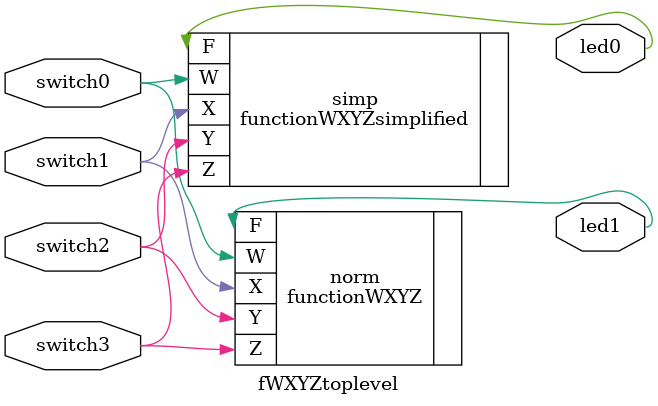
<source format=sv>
module fWXYZtoplevel(
	input logic switch0, switch1, switch2, switch3,
	output logic led0, led1
);

functionWXYZ norm(.W(switch0), .X(switch1), .Y(switch2), .Z(switch3), .F(led1) );

functionWXYZsimplified simp(.W(switch0), .X(switch1), .Y(switch2), .Z(switch3), .F(led0) );

endmodule 
</source>
